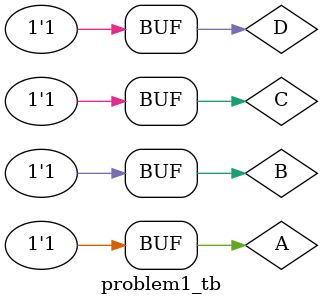
<source format=v>
module problem1_design (output wire F, input wire A, B, C, D);
    assign F = (A & ~B) | (~C & D);
endmodule

module problem1_tb;
    reg A, B, C, D;
    wire F;
    problem1_design uut(F, A, B, C, D);
    initial begin
        {A, B, C, D} = 4'b0000;
        repeat (15) begin
            #1 {A, B, C, D} = {A, B, C, D} + 1;
        end
    end
    initial begin
        $monitor("Time=%0t | A=%b B=%b C=%b D=%b | F=%b", $time, A, B, C, D, F);
        $dumpfile("problem1_sim.vcd");
        $dumpvars(0, problem1_tb);
    end
endmodule
</source>
